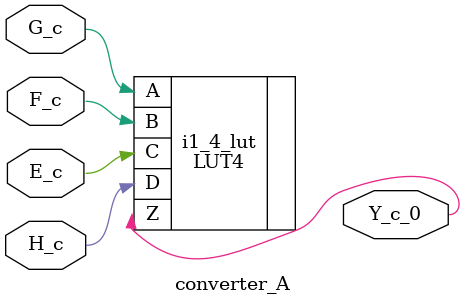
<source format=v>

module coder_decoder (H, G, F, E, Y) /* synthesis syn_module_defined=1 */ ;   // d:/rtl_fpga/verilog/coder_decoder/coder_decoder.v(1[8:21])
    input H;   // d:/rtl_fpga/verilog/coder_decoder/coder_decoder.v(2[8:9])
    input G;   // d:/rtl_fpga/verilog/coder_decoder/coder_decoder.v(2[10:11])
    input F;   // d:/rtl_fpga/verilog/coder_decoder/coder_decoder.v(2[12:13])
    input E;   // d:/rtl_fpga/verilog/coder_decoder/coder_decoder.v(2[14:15])
    output [3:0]Y;   // d:/rtl_fpga/verilog/coder_decoder/coder_decoder.v(3[15:16])
    
    
    wire H_c, G_c, F_c, E_c, Y_c_3, Y_c_2, Y_c_1, Y_c_0, GND_net, 
        VCC_net;
    
    IB E_pad (.I(E), .O(E_c));   // d:/rtl_fpga/verilog/coder_decoder/coder_decoder.v(2[14:15])
    VLO i59 (.Z(GND_net));
    OB Y_pad_0 (.I(Y_c_0), .O(Y[0]));   // d:/rtl_fpga/verilog/coder_decoder/coder_decoder.v(3[15:16])
    OB Y_pad_1 (.I(Y_c_1), .O(Y[1]));   // d:/rtl_fpga/verilog/coder_decoder/coder_decoder.v(3[15:16])
    converter_B mod_B (.H_c(H_c), .E_c(E_c), .G_c(G_c), .F_c(F_c), .Y_c_1(Y_c_1)) /* synthesis syn_module_defined=1 */ ;   // d:/rtl_fpga/verilog/coder_decoder/coder_decoder.v(8[13:57])
    OB Y_pad_2 (.I(Y_c_2), .O(Y[2]));   // d:/rtl_fpga/verilog/coder_decoder/coder_decoder.v(3[15:16])
    OB Y_pad_3 (.I(Y_c_3), .O(Y[3]));   // d:/rtl_fpga/verilog/coder_decoder/coder_decoder.v(3[15:16])
    converter_C mod_C (.H_c(H_c), .G_c(G_c), .E_c(E_c), .Y_c_2(Y_c_2)) /* synthesis syn_module_defined=1 */ ;   // d:/rtl_fpga/verilog/coder_decoder/coder_decoder.v(9[13:57])
    PUR PUR_INST (.PUR(VCC_net));
    defparam PUR_INST.RST_PULSE = 1;
    GSR GSR_INST (.GSR(VCC_net));
    IB F_pad (.I(F), .O(F_c));   // d:/rtl_fpga/verilog/coder_decoder/coder_decoder.v(2[12:13])
    IB G_pad (.I(G), .O(G_c));   // d:/rtl_fpga/verilog/coder_decoder/coder_decoder.v(2[10:11])
    converter_D mod_D (.H_c(H_c), .G_c(G_c), .Y_c_3(Y_c_3)) /* synthesis syn_module_defined=1 */ ;   // d:/rtl_fpga/verilog/coder_decoder/coder_decoder.v(10[13:57])
    IB H_pad (.I(H), .O(H_c));   // d:/rtl_fpga/verilog/coder_decoder/coder_decoder.v(2[8:9])
    converter_A mod_A (.G_c(G_c), .F_c(F_c), .E_c(E_c), .H_c(H_c), .Y_c_0(Y_c_0)) /* synthesis syn_module_defined=1 */ ;   // d:/rtl_fpga/verilog/coder_decoder/coder_decoder.v(7[13:57])
    VHI i60 (.Z(VCC_net));
    
endmodule
//
// Verilog Description of module converter_B
//

module converter_B (H_c, E_c, G_c, F_c, Y_c_1) /* synthesis syn_module_defined=1 */ ;
    input H_c;
    input E_c;
    input G_c;
    input F_c;
    output Y_c_1;
    
    
    LUT4 i19_4_lut (.A(H_c), .B(E_c), .C(G_c), .D(F_c), .Z(Y_c_1)) /* synthesis lut_function=(!(A (C)+!A (B (C+!(D))+!B !(C+(D))))) */ ;   // d:/rtl_fpga/verilog/coder_decoder/module_b.v(6[12:44])
    defparam i19_4_lut.init = 16'h1f1a;
    
endmodule
//
// Verilog Description of module converter_C
//

module converter_C (H_c, G_c, E_c, Y_c_2) /* synthesis syn_module_defined=1 */ ;
    input H_c;
    input G_c;
    input E_c;
    output Y_c_2;
    
    
    LUT4 i58_3_lut (.A(H_c), .B(G_c), .C(E_c), .Z(Y_c_2)) /* synthesis lut_function=(!(A (B)+!A !(B (C)))) */ ;   // d:/rtl_fpga/verilog/coder_decoder/module_c.v(6[12:33])
    defparam i58_3_lut.init = 16'h6262;
    
endmodule
//
// Verilog Description of module PUR
// module not written out since it is a black-box. 
//

//
// Verilog Description of module converter_D
//

module converter_D (H_c, G_c, Y_c_3) /* synthesis syn_module_defined=1 */ ;
    input H_c;
    input G_c;
    output Y_c_3;
    
    
    LUT4 H_I_0_2_lut (.A(H_c), .B(G_c), .Z(Y_c_3)) /* synthesis lut_function=(A (B)) */ ;   // d:/rtl_fpga/verilog/coder_decoder/module_d.v(6[12:15])
    defparam H_I_0_2_lut.init = 16'h8888;
    
endmodule
//
// Verilog Description of module converter_A
//

module converter_A (G_c, F_c, E_c, H_c, Y_c_0) /* synthesis syn_module_defined=1 */ ;
    input G_c;
    input F_c;
    input E_c;
    input H_c;
    output Y_c_0;
    
    
    LUT4 i1_4_lut (.A(G_c), .B(F_c), .C(E_c), .D(H_c), .Z(Y_c_0)) /* synthesis lut_function=(A (B+(C (D)+!C !(D)))+!A (B (D)+!B !((D)+!C))) */ ;   // d:/rtl_fpga/verilog/coder_decoder/module_a.v(6[12:78])
    defparam i1_4_lut.init = 16'hec9a;
    
endmodule

</source>
